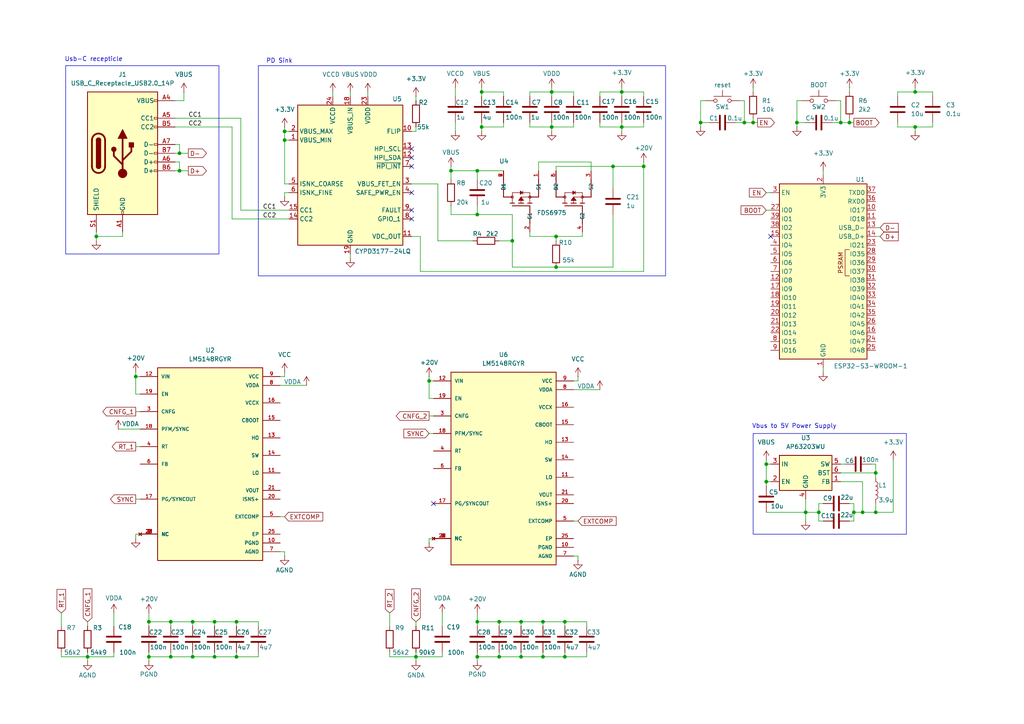
<source format=kicad_sch>
(kicad_sch (version 20250114) (generator "eeschema") (generator_version "9.0")
  (paper "A4")
  (lib_symbols
    (symbol "Connector:USB_C_Receptacle_USB2.0_14P" (pin_names (offset 1.016))
      (property "Reference" "J" (at 0 22.225 0))
      (property "Value" "USB_C_Receptacle_USB2.0_14P" (at 0 19.685 0))
      (symbol "USB_C_Receptacle_USB2.0_14P_1_1"
        (pin passive line (at -7.62 -22.86 90) (length 5.08) (name "SHIELD") (number "S1"))
        (pin passive line (at 0 -22.86 90) (length 5.08) (name "GND") (number "A1"))
        (pin passive line (at 0 -22.86 90) (length 5.08) (hide yes) (name "GND") (number "A12"))
        (pin passive line (at 0 -22.86 90) (length 5.08) (hide yes) (name "GND") (number "B1"))
        (pin passive line (at 0 -22.86 90) (length 5.08) (hide yes) (name "GND") (number "B12"))
        (pin passive line (at 15.24 15.24 180) (length 5.08) (name "VBUS") (number "A4"))
        (pin passive line (at 15.24 15.24 180) (length 5.08) (hide yes) (name "VBUS") (number "A9"))
        (pin passive line (at 15.24 15.24 180) (length 5.08) (hide yes) (name "VBUS") (number "B4"))
        (pin passive line (at 15.24 15.24 180) (length 5.08) (hide yes) (name "VBUS") (number "B9"))
        (pin bidirectional line (at 15.24 10.16 180) (length 5.08) (name "CC1") (number "A5"))
        (pin bidirectional line (at 15.24 7.62 180) (length 5.08) (name "CC2") (number "B5"))
        (pin bidirectional line (at 15.24 2.54 180) (length 5.08) (name "D-") (number "A7"))
        (pin bidirectional line (at 15.24 0 180) (length 5.08) (name "D-") (number "B7"))
        (pin bidirectional line (at 15.24 -2.54 180) (length 5.08) (name "D+") (number "A6"))
        (pin bidirectional line (at 15.24 -5.08 180) (length 5.08) (name "D+") (number "B6"))
      )
    )
    (symbol "Device:C" (pin_numbers (hide yes)) (pin_names (offset 0.254))
      (property "Reference" "C" (at 0.635 2.54 0))
      (property "Value" "C" (at 0.635 -2.54 0))
      (symbol "C_1_1"
        (pin passive line (at 0 3.81 270) (length 2.794) (name "~") (number "1"))
        (pin passive line (at 0 -3.81 90) (length 2.794) (name "~") (number "2"))
      )
    )
    (symbol "Device:L" (pin_numbers (hide yes)) (pin_names (offset 1.016) (hide yes))
      (property "Reference" "L" (at -1.27 0 90))
      (property "Value" "L" (at 1.905 0 90))
      (symbol "L_1_1"
        (pin passive line (at 0 3.81 270) (length 1.27) (name "1") (number "1"))
        (pin passive line (at 0 -3.81 90) (length 1.27) (name "2") (number "2"))
      )
    )
    (symbol "Device:R" (pin_numbers (hide yes)) (pin_names (offset 0))
      (property "Reference" "R" (at 2.032 0 90))
      (property "Value" "R" (at 0 0 90))
      (symbol "R_1_1"
        (pin passive line (at 0 3.81 270) (length 1.27) (name "~") (number "1"))
        (pin passive line (at 0 -3.81 90) (length 1.27) (name "~") (number "2"))
      )
    )
    (symbol "FDS6975:FDS6975" (pin_names (offset 1.016))
      (property "Reference" "U" (at -3.8173 15.2693 0))
      (property "Value" "FDS6975" (at -3.8146 -17.8013 0))
      (symbol "FDS6975_0_0"
        (pin passive line (at -10.16 5.08 0) (length 2.54) (name "G1") (number "2"))
        (pin passive line (at -10.16 -10.16 0) (length 2.54) (name "G2") (number "4"))
        (pin passive line (at 7.62 12.7 180) (length 2.54) (name "D1") (number "7"))
        (pin passive line (at 7.62 12.7 180) (length 2.54) (name "D1") (number "8"))
        (pin passive line (at 7.62 2.54 180) (length 2.54) (name "S1") (number "1"))
        (pin passive line (at 7.62 -2.54 180) (length 2.54) (name "D2") (number "5"))
        (pin passive line (at 7.62 -2.54 180) (length 2.54) (name "D2") (number "6"))
        (pin passive line (at 7.62 -12.7 180) (length 2.54) (name "S2") (number "3"))
      )
    )
    (symbol "Interface_USB:CYPD3177-24LQ"
      (property "Reference" "U" (at -13.97 21.59 0))
      (property "Value" "CYPD3177-24LQ" (at 10.16 -21.59 0))
      (symbol "CYPD3177-24LQ_1_1"
        (pin input line (at -17.78 12.7 0) (length 2.54) (name "VBUS_MAX") (number "2"))
        (pin input line (at -17.78 10.16 0) (length 2.54) (name "VBUS_MIN") (number "1"))
        (pin input line (at -17.78 -2.54 0) (length 2.54) (name "ISNK_COARSE") (number "5"))
        (pin input line (at -17.78 -5.08 0) (length 2.54) (name "ISNK_FINE") (number "6"))
        (pin bidirectional line (at -17.78 -10.16 0) (length 2.54) (name "CC1") (number "15"))
        (pin bidirectional line (at -17.78 -12.7 0) (length 2.54) (name "CC2") (number "14"))
        (pin no_connect line (at -15.24 5.08 0) (length 2.54) (hide yes) (name "NC") (number "17"))
        (pin no_connect line (at -15.24 2.54 0) (length 2.54) (hide yes) (name "NC") (number "16"))
        (pin power_out line (at -5.08 22.86 270) (length 2.54) (name "VCCD") (number "24"))
        (pin power_in line (at 0 22.86 270) (length 2.54) (name "VBUS_IN") (number "18"))
        (pin power_in line (at 0 -22.86 90) (length 2.54) (name "GND") (number "19"))
        (pin passive line (at 0 -22.86 90) (length 2.54) (hide yes) (name "GND") (number "22"))
        (pin passive line (at 0 -22.86 90) (length 2.54) (hide yes) (name "GND") (number "25"))
        (pin power_out line (at 5.08 22.86 270) (length 2.54) (name "VDDD") (number "23"))
        (pin no_connect line (at 15.24 17.78 180) (length 2.54) (hide yes) (name "NC") (number "20"))
        (pin no_connect line (at 15.24 15.24 180) (length 2.54) (hide yes) (name "NC") (number "21"))
        (pin output line (at 17.78 12.7 180) (length 2.54) (name "FLIP") (number "10"))
        (pin bidirectional line (at 17.78 7.62 180) (length 2.54) (name "HPI_SCL") (number "13"))
        (pin bidirectional line (at 17.78 5.08 180) (length 2.54) (name "HPI_SDA") (number "12"))
        (pin input line (at 17.78 2.54 180) (length 2.54) (name "~{HPI_INT}") (number "7"))
        (pin output line (at 17.78 -2.54 180) (length 2.54) (name "VBUS_FET_EN") (number "3"))
        (pin output line (at 17.78 -5.08 180) (length 2.54) (name "SAFE_PWR_EN") (number "4"))
        (pin output line (at 17.78 -10.16 180) (length 2.54) (name "FAULT") (number "9"))
        (pin bidirectional line (at 17.78 -12.7 180) (length 2.54) (name "GPIO_1") (number "8"))
        (pin output line (at 17.78 -17.78 180) (length 2.54) (name "VDC_OUT") (number "11"))
      )
    )
    (symbol "LM5148RGYR:LM5148RGYR" (pin_names (offset 1.016))
      (property "Reference" "U" (at -15.24 28.702 0))
      (property "Value" "LM5148RGYR" (at -15.24 -30.48 0))
      (symbol "LM5148RGYR_0_0"
        (pin input line (at -20.32 25.4 0) (length 5.08) (name "VIN") (number "12"))
        (pin input line (at -20.32 20.32 0) (length 5.08) (name "EN") (number "19"))
        (pin input line (at -20.32 15.24 0) (length 5.08) (name "CNFG") (number "3"))
        (pin input line (at -20.32 10.16 0) (length 5.08) (name "PFM/SYNC") (number "18"))
        (pin input line (at -20.32 5.08 0) (length 5.08) (name "RT") (number "4"))
        (pin input line (at -20.32 0 0) (length 5.08) (name "FB") (number "6"))
        (pin output line (at -20.32 -10.16 0) (length 5.08) (name "PG/SYNCOUT") (number "17"))
        (pin no_connect line (at -20.32 -20.32 0) (length 5.08) (name "NC") (number "1"))
        (pin no_connect line (at -20.32 -20.32 0) (length 5.08) (name "NC") (number "2"))
        (pin no_connect line (at -20.32 -20.32 0) (length 5.08) (name "NC") (number "22"))
        (pin no_connect line (at -20.32 -20.32 0) (length 5.08) (name "NC") (number "23"))
        (pin no_connect line (at -20.32 -20.32 0) (length 5.08) (name "NC") (number "24"))
        (pin power_in line (at 20.32 25.4 180) (length 5.08) (name "VCC") (number "9"))
        (pin power_in line (at 20.32 22.86 180) (length 5.08) (name "VDDA") (number "8"))
        (pin passive line (at 20.32 17.78 180) (length 5.08) (name "VCCX") (number "16"))
        (pin passive line (at 20.32 12.7 180) (length 5.08) (name "CBOOT") (number "15"))
        (pin output line (at 20.32 7.62 180) (length 5.08) (name "HO") (number "13"))
        (pin passive line (at 20.32 2.54 180) (length 5.08) (name "SW") (number "14"))
        (pin output line (at 20.32 -2.54 180) (length 5.08) (name "LO") (number "11"))
        (pin input line (at 20.32 -7.62 180) (length 5.08) (name "VOUT") (number "21"))
        (pin input line (at 20.32 -10.16 180) (length 5.08) (name "ISNS+") (number "20"))
        (pin output line (at 20.32 -15.24 180) (length 5.08) (name "EXTCOMP") (number "5"))
        (pin power_in line (at 20.32 -20.32 180) (length 5.08) (name "EP") (number "25"))
        (pin power_in line (at 20.32 -22.86 180) (length 5.08) (name "PGND") (number "10"))
        (pin power_in line (at 20.32 -25.4 180) (length 5.08) (name "AGND") (number "7"))
      )
    )
    (symbol "RF_Module:ESP32-S3-WROOM-1"
      (property "Reference" "U" (at -12.7 26.67 0))
      (property "Value" "ESP32-S3-WROOM-1" (at 12.7 26.67 0))
      (symbol "ESP32-S3-WROOM-1_0_0"
        (text "PSRAM" (at 5.08 2.54 900) (effects (font (size 1.27 1.27))))
      )
      (symbol "ESP32-S3-WROOM-1_1_1"
        (pin input line (at -15.24 22.86 0) (length 2.54) (name "EN") (number "3"))
        (pin bidirectional line (at -15.24 17.78 0) (length 2.54) (name "IO0") (number "27"))
        (pin bidirectional line (at -15.24 15.24 0) (length 2.54) (name "IO1") (number "39"))
        (pin bidirectional line (at -15.24 12.7 0) (length 2.54) (name "IO2") (number "38"))
        (pin bidirectional line (at -15.24 10.16 0) (length 2.54) (name "IO3") (number "15"))
        (pin bidirectional line (at -15.24 7.62 0) (length 2.54) (name "IO4") (number "4"))
        (pin bidirectional line (at -15.24 5.08 0) (length 2.54) (name "IO5") (number "5"))
        (pin bidirectional line (at -15.24 2.54 0) (length 2.54) (name "IO6") (number "6"))
        (pin bidirectional line (at -15.24 0 0) (length 2.54) (name "IO7") (number "7"))
        (pin bidirectional line (at -15.24 -2.54 0) (length 2.54) (name "IO8") (number "12"))
        (pin bidirectional line (at -15.24 -5.08 0) (length 2.54) (name "IO9") (number "17"))
        (pin bidirectional line (at -15.24 -7.62 0) (length 2.54) (name "IO10") (number "18"))
        (pin bidirectional line (at -15.24 -10.16 0) (length 2.54) (name "IO11") (number "19"))
        (pin bidirectional line (at -15.24 -12.7 0) (length 2.54) (name "IO12") (number "20"))
        (pin bidirectional line (at -15.24 -15.24 0) (length 2.54) (name "IO13") (number "21"))
        (pin bidirectional line (at -15.24 -17.78 0) (length 2.54) (name "IO14") (number "22"))
        (pin bidirectional line (at -15.24 -20.32 0) (length 2.54) (name "IO15") (number "8"))
        (pin bidirectional line (at -15.24 -22.86 0) (length 2.54) (name "IO16") (number "9"))
        (pin power_in line (at 0 27.94 270) (length 2.54) (name "3V3") (number "2"))
        (pin power_in line (at 0 -27.94 90) (length 2.54) (name "GND") (number "1"))
        (pin passive line (at 0 -27.94 90) (length 2.54) (hide yes) (name "GND") (number "40"))
        (pin passive line (at 0 -27.94 90) (length 2.54) (hide yes) (name "GND") (number "41"))
        (pin bidirectional line (at 15.24 22.86 180) (length 2.54) (name "TXD0") (number "37"))
        (pin bidirectional line (at 15.24 20.32 180) (length 2.54) (name "RXD0") (number "36"))
        (pin bidirectional line (at 15.24 17.78 180) (length 2.54) (name "IO17") (number "10"))
        (pin bidirectional line (at 15.24 15.24 180) (length 2.54) (name "IO18") (number "11"))
        (pin bidirectional line (at 15.24 12.7 180) (length 2.54) (name "USB_D-") (number "13"))
        (pin bidirectional line (at 15.24 10.16 180) (length 2.54) (name "USB_D+") (number "14"))
        (pin bidirectional line (at 15.24 7.62 180) (length 2.54) (name "IO21") (number "23"))
        (pin bidirectional line (at 15.24 5.08 180) (length 2.54) (name "IO35") (number "28"))
        (pin bidirectional line (at 15.24 2.54 180) (length 2.54) (name "IO36") (number "29"))
        (pin bidirectional line (at 15.24 0 180) (length 2.54) (name "IO37") (number "30"))
        (pin bidirectional line (at 15.24 -2.54 180) (length 2.54) (name "IO38") (number "31"))
        (pin bidirectional line (at 15.24 -5.08 180) (length 2.54) (name "IO39") (number "32"))
        (pin bidirectional line (at 15.24 -7.62 180) (length 2.54) (name "IO40") (number "33"))
        (pin bidirectional line (at 15.24 -10.16 180) (length 2.54) (name "IO41") (number "34"))
        (pin bidirectional line (at 15.24 -12.7 180) (length 2.54) (name "IO42") (number "35"))
        (pin bidirectional line (at 15.24 -15.24 180) (length 2.54) (name "IO45") (number "26"))
        (pin bidirectional line (at 15.24 -17.78 180) (length 2.54) (name "IO46") (number "16"))
        (pin bidirectional line (at 15.24 -20.32 180) (length 2.54) (name "IO47") (number "24"))
        (pin bidirectional line (at 15.24 -22.86 180) (length 2.54) (name "IO48") (number "25"))
      )
    )
    (symbol "Regulator_Switching:AP63203WU"
      (property "Reference" "U" (at -7.62 6.35 0))
      (property "Value" "AP63203WU" (at 2.54 6.35 0))
      (symbol "AP63203WU_1_1"
        (pin power_in line (at -10.16 2.54 0) (length 2.54) (name "IN") (number "3"))
        (pin input line (at -10.16 -2.54 0) (length 2.54) (name "EN") (number "2"))
        (pin power_in line (at 0 -7.62 90) (length 2.54) (name "GND") (number "4"))
        (pin output line (at 10.16 2.54 180) (length 2.54) (name "SW") (number "5"))
        (pin passive line (at 10.16 0 180) (length 2.54) (name "BST") (number "6"))
        (pin input line (at 10.16 -2.54 180) (length 2.54) (name "FB") (number "1"))
      )
    )
    (symbol "Switch:SW_Push" (pin_numbers (hide yes)) (pin_names (offset 1.016) (hide yes))
      (property "Reference" "SW" (at 1.27 2.54 0))
      (property "Value" "SW_Push" (at 0 -1.524 0))
      (symbol "SW_Push_0_1"
        (pin passive line (at -5.08 0 0) (length 2.54) (name "1") (number "1"))
        (pin passive line (at 5.08 0 180) (length 2.54) (name "2") (number "2"))
      )
    )
    (symbol "power:+24V" (power) (pin_numbers (hide yes)) (pin_names (offset 0) (hide yes))
      (property "Value" "+24V" (at 0 3.556 0))
      (symbol "+24V_1_1"
        (pin power_in line (at 0 0 90) (length 0) (name "~") (number "1"))
      )
    )
    (symbol "power:+3.3V" (power) (pin_numbers (hide yes)) (pin_names (offset 0) (hide yes))
      (property "Value" "+3.3V" (at 0 3.556 0))
      (symbol "+3.3V_1_1"
        (pin power_in line (at 0 0 90) (length 0) (name "~") (number "1"))
      )
    )
    (symbol "power:GND" (power) (pin_numbers (hide yes)) (pin_names (offset 0) (hide yes))
      (property "Value" "GND" (at 0 -3.81 0))
      (symbol "GND_1_1"
        (pin power_in line (at 0 0 270) (length 0) (name "~") (number "1"))
      )
    )
    (symbol "power:GNDA" (power) (pin_numbers (hide yes)) (pin_names (offset 0) (hide yes))
      (property "Value" "GNDA" (at 0 -3.81 0))
      (symbol "GNDA_1_1"
        (pin power_in line (at 0 0 270) (length 0) (name "~") (number "1"))
      )
    )
    (symbol "power:VBUS" (power) (pin_numbers (hide yes)) (pin_names (offset 0) (hide yes))
      (property "Value" "VBUS" (at 0 3.556 0))
      (symbol "VBUS_1_1"
        (pin power_in line (at 0 0 90) (length 0) (name "~") (number "1"))
      )
    )
    (symbol "power:VCC" (power) (pin_numbers (hide yes)) (pin_names (offset 0) (hide yes))
      (property "Value" "VCC" (at 0 3.556 0))
      (symbol "VCC_1_1"
        (pin power_in line (at 0 0 90) (length 0) (name "~") (number "1"))
      )
    )
    (symbol "power:VDD" (power) (pin_numbers (hide yes)) (pin_names (offset 0) (hide yes))
      (property "Value" "VDD" (at 0 3.556 0))
      (symbol "VDD_1_1"
        (pin power_in line (at 0 0 90) (length 0) (name "~") (number "1"))
      )
    )
    (symbol "power:VDDA" (power) (pin_numbers (hide yes)) (pin_names (offset 0) (hide yes))
      (property "Value" "VDDA" (at 0 3.556 0))
      (symbol "VDDA_1_1"
        (pin power_in line (at 0 0 90) (length 0) (name "~") (number "1"))
      )
    )
  )
  (rectangle (start 19.05 19.05) (end 63.5 73.66))
  (rectangle (start 74.93 19.05) (end 193.04 80.01))
  (rectangle (start 218.44 125.73) (end 262.89 154.94))
  (text "Vbus to 5V Power Supply\n" (at 230.378 123.698 0) (effects (font (size 1.27 1.27))))
  (text "PD Sink\n" (at 81.026 17.78 0) (effects (font (size 1.27 1.27))))
  (text "Usb-C recepticle" (at 27.178 17.272 0) (effects (font (size 1.27 1.27))))
  (junction (at 222.25 134.62))
  (junction (at 68.58 190.5))
  (junction (at 157.48 190.5))
  (junction (at 161.29 68.58))
  (junction (at 265.43 26.67))
  (junction (at 144.78 190.5))
  (junction (at 148.59 69.85))
  (junction (at 160.02 26.67))
  (junction (at 160.02 36.83))
  (junction (at 25.4 190.5))
  (junction (at 124.46 110.49))
  (junction (at 231.14 35.56))
  (junction (at 222.25 139.7))
  (junction (at 55.88 190.5))
  (junction (at 215.9 35.56))
  (junction (at 163.83 180.34))
  (junction (at 243.84 35.56))
  (junction (at 62.23 180.34))
  (junction (at 27.94 68.58))
  (junction (at 151.13 180.34))
  (junction (at 180.34 26.67))
  (junction (at 157.48 180.34))
  (junction (at 138.43 49.53))
  (junction (at 180.34 36.83))
  (junction (at 254 148.59))
  (junction (at 151.13 190.5))
  (junction (at 55.88 180.34))
  (junction (at 265.43 36.83))
  (junction (at 130.81 49.53))
  (junction (at 237.49 148.59))
  (junction (at 163.83 190.5))
  (junction (at 43.18 190.5))
  (junction (at 52.07 44.45))
  (junction (at 233.68 148.59))
  (junction (at 218.44 35.56))
  (junction (at 52.07 49.53))
  (junction (at 246.38 35.56))
  (junction (at 138.43 190.5))
  (junction (at 161.29 77.47))
  (junction (at 250.19 148.59))
  (junction (at 49.53 190.5))
  (junction (at 68.58 180.34))
  (junction (at 254 137.16))
  (junction (at 177.8 48.26))
  (junction (at 120.65 190.5))
  (junction (at 139.7 36.83))
  (junction (at 139.7 26.67))
  (junction (at 247.65 148.59))
  (junction (at 82.55 40.64))
  (junction (at 144.78 180.34))
  (junction (at 203.2 35.56))
  (junction (at 138.43 180.34))
  (junction (at 186.69 48.26))
  (junction (at 49.53 180.34))
  (junction (at 138.43 62.23))
  (junction (at 43.18 180.34))
  (junction (at 82.55 38.1))
  (junction (at 62.23 190.5))
  (junction (at 39.37 109.22))
  (no_connect (at 223.52 68.58))
  (no_connect (at 119.38 60.96))
  (no_connect (at 119.38 45.72))
  (no_connect (at 119.38 43.18))
  (no_connect (at 119.38 48.26))
  (no_connect (at 119.38 63.5))
  (no_connect (at 119.38 55.88))
  (no_connect (at 125.73 146.05))
  (wire (pts (xy 215.9 35.56) (xy 213.36 35.56)))
  (wire (pts (xy 130.81 59.69) (xy 130.81 62.23)))
  (wire (pts (xy 186.69 48.26) (xy 177.8 48.26)))
  (wire (pts (xy 161.29 68.58) (xy 168.91 68.58)))
  (wire (pts (xy 139.7 36.83) (xy 146.05 36.83)))
  (wire (pts (xy 138.43 62.23) (xy 138.43 59.69)))
  (wire (pts (xy 127 53.34) (xy 119.38 53.34)))
  (wire (pts (xy 203.2 35.56) (xy 203.2 36.83)))
  (wire (pts (xy 254 66.04) (xy 255.27 66.04)))
  (wire (pts (xy 144.78 189.23) (xy 144.78 190.5)))
  (wire (pts (xy 180.34 36.83) (xy 186.69 36.83)))
  (wire (pts (xy 96.52 26.67) (xy 96.52 27.94)))
  (wire (pts (xy 52.07 46.99) (xy 52.07 49.53)))
  (wire (pts (xy 259.08 148.59) (xy 259.08 133.35)))
  (wire (pts (xy 68.58 180.34) (xy 68.58 181.61)))
  (wire (pts (xy 265.43 36.83) (xy 270.51 36.83)))
  (wire (pts (xy 180.34 26.67) (xy 186.69 26.67)))
  (wire (pts (xy 144.78 69.85) (xy 148.59 69.85)))
  (wire (pts (xy 127 69.85) (xy 127 53.34)))
  (wire (pts (xy 270.51 26.67) (xy 270.51 27.94)))
  (wire (pts (xy 153.67 67.31) (xy 153.67 68.58)))
  (wire (pts (xy 62.23 180.34) (xy 68.58 180.34)))
  (wire (pts (xy 254 148.59) (xy 259.08 148.59)))
  (wire (pts (xy 163.83 189.23) (xy 163.83 190.5)))
  (wire (pts (xy 81.28 111.76) (xy 88.9 111.76)))
  (wire (pts (xy 153.67 26.67) (xy 160.02 26.67)))
  (wire (pts (xy 246.38 35.56) (xy 247.65 35.56)))
  (wire (pts (xy 82.55 160.02) (xy 82.55 161.29)))
  (wire (pts (xy 43.18 190.5) (xy 43.18 191.77)))
  (wire (pts (xy 161.29 48.26) (xy 177.8 48.26)))
  (wire (pts (xy 243.84 35.56) (xy 246.38 35.56)))
  (wire (pts (xy 101.6 26.67) (xy 101.6 27.94)))
  (wire (pts (xy 139.7 26.67) (xy 146.05 26.67)))
  (wire (pts (xy 215.9 35.56) (xy 218.44 35.56)))
  (wire (pts (xy 214.63 29.21) (xy 215.9 29.21)))
  (wire (pts (xy 50.8 34.29) (xy 69.85 34.29)))
  (wire (pts (xy 260.35 26.67) (xy 260.35 27.94)))
  (wire (pts (xy 153.67 27.94) (xy 153.67 26.67)))
  (wire (pts (xy 246.38 34.29) (xy 246.38 35.56)))
  (wire (pts (xy 166.37 36.83) (xy 160.02 36.83)))
  (wire (pts (xy 106.68 26.67) (xy 106.68 27.94)))
  (wire (pts (xy 160.02 35.56) (xy 160.02 36.83)))
  (wire (pts (xy 218.44 34.29) (xy 218.44 35.56)))
  (wire (pts (xy 243.84 139.7) (xy 250.19 139.7)))
  (wire (pts (xy 247.65 148.59) (xy 250.19 148.59)))
  (wire (pts (xy 40.64 154.94) (xy 39.37 154.94)))
  (wire (pts (xy 138.43 49.53) (xy 146.05 49.53)))
  (wire (pts (xy 39.37 119.38) (xy 40.64 119.38)))
  (wire (pts (xy 166.37 113.03) (xy 173.99 113.03)))
  (wire (pts (xy 43.18 177.8) (xy 43.18 180.34)))
  (wire (pts (xy 81.28 149.86) (xy 82.55 149.86)))
  (wire (pts (xy 17.78 190.5) (xy 25.4 190.5)))
  (wire (pts (xy 250.19 139.7) (xy 250.19 148.59)))
  (wire (pts (xy 231.14 35.56) (xy 231.14 36.83)))
  (wire (pts (xy 83.82 53.34) (xy 82.55 53.34)))
  (wire (pts (xy 101.6 73.66) (xy 101.6 74.93)))
  (wire (pts (xy 204.47 29.21) (xy 203.2 29.21)))
  (wire (pts (xy 146.05 36.83) (xy 146.05 35.56)))
  (wire (pts (xy 233.68 148.59) (xy 233.68 144.78)))
  (wire (pts (xy 27.94 68.58) (xy 27.94 69.85)))
  (wire (pts (xy 67.31 36.83) (xy 67.31 63.5)))
  (wire (pts (xy 53.34 29.21) (xy 53.34 26.67)))
  (wire (pts (xy 166.37 151.13) (xy 167.64 151.13)))
  (wire (pts (xy 49.53 180.34) (xy 55.88 180.34)))
  (wire (pts (xy 222.25 60.96) (xy 223.52 60.96)))
  (wire (pts (xy 39.37 154.94) (xy 39.37 156.21)))
  (wire (pts (xy 161.29 77.47) (xy 148.59 77.47)))
  (wire (pts (xy 69.85 34.29) (xy 69.85 60.96)))
  (wire (pts (xy 231.14 29.21) (xy 231.14 35.56)))
  (wire (pts (xy 173.99 26.67) (xy 180.34 26.67)))
  (wire (pts (xy 151.13 180.34) (xy 151.13 181.61)))
  (wire (pts (xy 33.02 177.8) (xy 33.02 181.61)))
  (wire (pts (xy 218.44 35.56) (xy 219.71 35.56)))
  (wire (pts (xy 218.44 25.4) (xy 218.44 26.67)))
  (wire (pts (xy 43.18 181.61) (xy 43.18 180.34)))
  (wire (pts (xy 148.59 69.85) (xy 148.59 62.23)))
  (wire (pts (xy 265.43 25.4) (xy 265.43 26.67)))
  (wire (pts (xy 222.25 133.35) (xy 222.25 134.62)))
  (wire (pts (xy 177.8 48.26) (xy 177.8 54.61)))
  (wire (pts (xy 254 68.58) (xy 255.27 68.58)))
  (wire (pts (xy 246.38 25.4) (xy 246.38 26.67)))
  (wire (pts (xy 163.83 190.5) (xy 170.18 190.5)))
  (wire (pts (xy 113.03 190.5) (xy 120.65 190.5)))
  (wire (pts (xy 27.94 67.31) (xy 27.94 68.58)))
  (wire (pts (xy 55.88 190.5) (xy 62.23 190.5)))
  (wire (pts (xy 138.43 49.53) (xy 138.43 52.07)))
  (wire (pts (xy 67.31 63.5) (xy 83.82 63.5)))
  (wire (pts (xy 160.02 36.83) (xy 160.02 38.1)))
  (wire (pts (xy 177.8 62.23) (xy 177.8 77.47)))
  (wire (pts (xy 50.8 46.99) (xy 52.07 46.99)))
  (wire (pts (xy 52.07 49.53) (xy 50.8 49.53)))
  (wire (pts (xy 151.13 190.5) (xy 157.48 190.5)))
  (wire (pts (xy 144.78 180.34) (xy 151.13 180.34)))
  (wire (pts (xy 81.28 160.02) (xy 82.55 160.02)))
  (wire (pts (xy 25.4 190.5) (xy 33.02 190.5)))
  (wire (pts (xy 260.35 26.67) (xy 265.43 26.67)))
  (wire (pts (xy 265.43 26.67) (xy 270.51 26.67)))
  (wire (pts (xy 246.38 146.05) (xy 247.65 146.05)))
  (wire (pts (xy 173.99 36.83) (xy 180.34 36.83)))
  (wire (pts (xy 180.34 25.4) (xy 180.34 26.67)))
  (wire (pts (xy 186.69 26.67) (xy 186.69 27.94)))
  (wire (pts (xy 243.84 29.21) (xy 243.84 35.56)))
  (wire (pts (xy 50.8 44.45) (xy 52.07 44.45)))
  (wire (pts (xy 247.65 146.05) (xy 247.65 148.59)))
  (wire (pts (xy 237.49 151.13) (xy 238.76 151.13)))
  (wire (pts (xy 243.84 35.56) (xy 241.3 35.56)))
  (wire (pts (xy 265.43 36.83) (xy 265.43 38.1)))
  (wire (pts (xy 39.37 114.3) (xy 40.64 114.3)))
  (wire (pts (xy 138.43 177.8) (xy 138.43 180.34)))
  (wire (pts (xy 144.78 180.34) (xy 144.78 181.61)))
  (wire (pts (xy 120.65 27.94) (xy 120.65 29.21)))
  (wire (pts (xy 137.16 69.85) (xy 127 69.85)))
  (wire (pts (xy 157.48 190.5) (xy 163.83 190.5)))
  (wire (pts (xy 186.69 36.83) (xy 186.69 35.56)))
  (wire (pts (xy 68.58 180.34) (xy 74.93 180.34)))
  (wire (pts (xy 43.18 180.34) (xy 49.53 180.34)))
  (wire (pts (xy 55.88 180.34) (xy 55.88 181.61)))
  (wire (pts (xy 50.8 41.91) (xy 52.07 41.91)))
  (wire (pts (xy 180.34 35.56) (xy 180.34 36.83)))
  (wire (pts (xy 128.27 189.23) (xy 128.27 190.5)))
  (wire (pts (xy 120.65 180.34) (xy 120.65 181.61)))
  (wire (pts (xy 138.43 180.34) (xy 144.78 180.34)))
  (wire (pts (xy 49.53 190.5) (xy 55.88 190.5)))
  (wire (pts (xy 125.73 115.57) (xy 124.46 115.57)))
  (wire (pts (xy 124.46 110.49) (xy 125.73 110.49)))
  (wire (pts (xy 177.8 77.47) (xy 161.29 77.47)))
  (wire (pts (xy 146.05 26.67) (xy 146.05 27.94)))
  (wire (pts (xy 247.65 151.13) (xy 246.38 151.13)))
  (wire (pts (xy 121.92 78.74) (xy 186.69 78.74)))
  (wire (pts (xy 160.02 26.67) (xy 160.02 27.94)))
  (wire (pts (xy 186.69 48.26) (xy 186.69 78.74)))
  (wire (pts (xy 166.37 161.29) (xy 167.64 161.29)))
  (wire (pts (xy 168.91 68.58) (xy 168.91 67.31)))
  (wire (pts (xy 222.25 139.7) (xy 222.25 140.97)))
  (wire (pts (xy 43.18 189.23) (xy 43.18 190.5)))
  (wire (pts (xy 222.25 148.59) (xy 233.68 148.59)))
  (wire (pts (xy 82.55 38.1) (xy 82.55 40.64)))
  (wire (pts (xy 113.03 177.8) (xy 113.03 181.61)))
  (wire (pts (xy 34.29 124.46) (xy 40.64 124.46)))
  (wire (pts (xy 52.07 44.45) (xy 54.61 44.45)))
  (wire (pts (xy 139.7 35.56) (xy 139.7 36.83)))
  (wire (pts (xy 121.92 68.58) (xy 121.92 78.74)))
  (wire (pts (xy 25.4 189.23) (xy 25.4 190.5)))
  (wire (pts (xy 52.07 49.53) (xy 54.61 49.53)))
  (wire (pts (xy 132.08 35.56) (xy 132.08 38.1)))
  (wire (pts (xy 69.85 60.96) (xy 83.82 60.96)))
  (wire (pts (xy 62.23 190.5) (xy 68.58 190.5)))
  (wire (pts (xy 124.46 115.57) (xy 124.46 110.49)))
  (wire (pts (xy 62.23 180.34) (xy 62.23 181.61)))
  (wire (pts (xy 120.65 36.83) (xy 120.65 38.1)))
  (wire (pts (xy 166.37 27.94) (xy 166.37 26.67)))
  (wire (pts (xy 50.8 29.21) (xy 53.34 29.21)))
  (wire (pts (xy 74.93 180.34) (xy 74.93 181.61)))
  (wire (pts (xy 215.9 29.21) (xy 215.9 35.56)))
  (wire (pts (xy 68.58 189.23) (xy 68.58 190.5)))
  (wire (pts (xy 52.07 44.45) (xy 52.07 41.91)))
  (wire (pts (xy 180.34 26.67) (xy 180.34 27.94)))
  (wire (pts (xy 39.37 109.22) (xy 39.37 114.3)))
  (wire (pts (xy 233.68 148.59) (xy 237.49 148.59)))
  (wire (pts (xy 130.81 49.53) (xy 138.43 49.53)))
  (wire (pts (xy 62.23 189.23) (xy 62.23 190.5)))
  (wire (pts (xy 130.81 48.26) (xy 130.81 49.53)))
  (wire (pts (xy 153.67 36.83) (xy 160.02 36.83)))
  (wire (pts (xy 124.46 156.21) (xy 124.46 157.48)))
  (wire (pts (xy 247.65 148.59) (xy 247.65 151.13)))
  (wire (pts (xy 254 148.59) (xy 254 146.05)))
  (wire (pts (xy 161.29 49.53) (xy 161.29 48.26)))
  (wire (pts (xy 250.19 148.59) (xy 254 148.59)))
  (wire (pts (xy 130.81 62.23) (xy 138.43 62.23)))
  (wire (pts (xy 39.37 107.95) (xy 39.37 109.22)))
  (wire (pts (xy 186.69 46.99) (xy 186.69 48.26)))
  (wire (pts (xy 25.4 190.5) (xy 25.4 191.77)))
  (wire (pts (xy 156.21 46.99) (xy 156.21 49.53)))
  (wire (pts (xy 120.65 189.23) (xy 120.65 190.5)))
  (wire (pts (xy 170.18 180.34) (xy 170.18 181.61)))
  (wire (pts (xy 139.7 25.4) (xy 139.7 26.67)))
  (wire (pts (xy 82.55 55.88) (xy 82.55 57.15)))
  (wire (pts (xy 49.53 180.34) (xy 49.53 181.61)))
  (wire (pts (xy 125.73 156.21) (xy 124.46 156.21)))
  (wire (pts (xy 25.4 180.34) (xy 25.4 181.61)))
  (wire (pts (xy 254 137.16) (xy 243.84 137.16)))
  (wire (pts (xy 82.55 36.83) (xy 82.55 38.1)))
  (wire (pts (xy 40.64 109.22) (xy 39.37 109.22)))
  (wire (pts (xy 167.64 161.29) (xy 167.64 162.56)))
  (wire (pts (xy 180.34 36.83) (xy 180.34 38.1)))
  (wire (pts (xy 222.25 139.7) (xy 223.52 139.7)))
  (wire (pts (xy 254 134.62) (xy 254 137.16)))
  (wire (pts (xy 242.57 29.21) (xy 243.84 29.21)))
  (wire (pts (xy 148.59 77.47) (xy 148.59 69.85)))
  (wire (pts (xy 237.49 146.05) (xy 237.49 148.59)))
  (wire (pts (xy 124.46 120.65) (xy 125.73 120.65)))
  (wire (pts (xy 203.2 29.21) (xy 203.2 35.56)))
  (wire (pts (xy 27.94 68.58) (xy 35.56 68.58)))
  (wire (pts (xy 128.27 177.8) (xy 128.27 181.61)))
  (wire (pts (xy 49.53 189.23) (xy 49.53 190.5)))
  (wire (pts (xy 119.38 68.58) (xy 121.92 68.58)))
  (wire (pts (xy 153.67 35.56) (xy 153.67 36.83)))
  (wire (pts (xy 222.25 55.88) (xy 223.52 55.88)))
  (wire (pts (xy 132.08 25.4) (xy 132.08 27.94)))
  (wire (pts (xy 83.82 55.88) (xy 82.55 55.88)))
  (wire (pts (xy 170.18 190.5) (xy 170.18 189.23)))
  (wire (pts (xy 232.41 29.21) (xy 231.14 29.21)))
  (wire (pts (xy 233.68 148.59) (xy 233.68 151.13)))
  (wire (pts (xy 68.58 190.5) (xy 74.93 190.5)))
  (wire (pts (xy 160.02 25.4) (xy 160.02 26.67)))
  (wire (pts (xy 166.37 26.67) (xy 160.02 26.67)))
  (wire (pts (xy 35.56 67.31) (xy 35.56 68.58)))
  (wire (pts (xy 157.48 189.23) (xy 157.48 190.5)))
  (wire (pts (xy 83.82 38.1) (xy 82.55 38.1)))
  (wire (pts (xy 39.37 129.54) (xy 40.64 129.54)))
  (wire (pts (xy 130.81 49.53) (xy 130.81 52.07)))
  (wire (pts (xy 50.8 36.83) (xy 67.31 36.83)))
  (wire (pts (xy 124.46 109.22) (xy 124.46 110.49)))
  (wire (pts (xy 163.83 180.34) (xy 170.18 180.34)))
  (wire (pts (xy 43.18 190.5) (xy 49.53 190.5)))
  (wire (pts (xy 138.43 189.23) (xy 138.43 190.5)))
  (wire (pts (xy 55.88 180.34) (xy 62.23 180.34)))
  (wire (pts (xy 173.99 27.94) (xy 173.99 26.67)))
  (wire (pts (xy 167.64 109.22) (xy 167.64 110.49)))
  (wire (pts (xy 124.46 125.73) (xy 125.73 125.73)))
  (wire (pts (xy 153.67 68.58) (xy 161.29 68.58)))
  (wire (pts (xy 148.59 62.23) (xy 138.43 62.23)))
  (wire (pts (xy 157.48 180.34) (xy 163.83 180.34)))
  (wire (pts (xy 252.73 134.62) (xy 254 134.62)))
  (wire (pts (xy 138.43 190.5) (xy 138.43 191.77)))
  (wire (pts (xy 82.55 109.22) (xy 82.55 107.95)))
  (wire (pts (xy 17.78 189.23) (xy 17.78 190.5)))
  (wire (pts (xy 171.45 49.53) (xy 171.45 46.99)))
  (wire (pts (xy 139.7 36.83) (xy 139.7 38.1)))
  (wire (pts (xy 222.25 134.62) (xy 222.25 139.7)))
  (wire (pts (xy 55.88 189.23) (xy 55.88 190.5)))
  (wire (pts (xy 138.43 190.5) (xy 144.78 190.5)))
  (wire (pts (xy 144.78 190.5) (xy 151.13 190.5)))
  (wire (pts (xy 161.29 68.58) (xy 161.29 69.85)))
  (wire (pts (xy 260.35 36.83) (xy 265.43 36.83)))
  (wire (pts (xy 166.37 35.56) (xy 166.37 36.83)))
  (wire (pts (xy 138.43 181.61) (xy 138.43 180.34)))
  (wire (pts (xy 119.38 38.1) (xy 120.65 38.1)))
  (wire (pts (xy 238.76 106.68) (xy 238.76 107.95)))
  (wire (pts (xy 151.13 189.23) (xy 151.13 190.5)))
  (wire (pts (xy 238.76 146.05) (xy 237.49 146.05)))
  (wire (pts (xy 223.52 134.62) (xy 222.25 134.62)))
  (wire (pts (xy 157.48 180.34) (xy 157.48 181.61)))
  (wire (pts (xy 151.13 180.34) (xy 157.48 180.34)))
  (wire (pts (xy 260.35 35.56) (xy 260.35 36.83)))
  (wire (pts (xy 237.49 148.59) (xy 237.49 151.13)))
  (wire (pts (xy 74.93 190.5) (xy 74.93 189.23)))
  (wire (pts (xy 254 137.16) (xy 254 138.43)))
  (wire (pts (xy 171.45 46.99) (xy 156.21 46.99)))
  (wire (pts (xy 238.76 49.53) (xy 238.76 50.8)))
  (wire (pts (xy 33.02 189.23) (xy 33.02 190.5)))
  (wire (pts (xy 113.03 189.23) (xy 113.03 190.5)))
  (wire (pts (xy 81.28 109.22) (xy 82.55 109.22)))
  (wire (pts (xy 120.65 190.5) (xy 128.27 190.5)))
  (wire (pts (xy 231.14 35.56) (xy 233.68 35.56)))
  (wire (pts (xy 173.99 35.56) (xy 173.99 36.83)))
  (wire (pts (xy 163.83 180.34) (xy 163.83 181.61)))
  (wire (pts (xy 39.37 144.78) (xy 40.64 144.78)))
  (wire (pts (xy 17.78 177.8) (xy 17.78 181.61)))
  (wire (pts (xy 203.2 35.56) (xy 205.74 35.56)))
  (wire (pts (xy 82.55 40.64) (xy 83.82 40.64)))
  (wire (pts (xy 270.51 35.56) (xy 270.51 36.83)))
  (wire (pts (xy 167.64 110.49) (xy 166.37 110.49)))
  (wire (pts (xy 82.55 40.64) (xy 82.55 53.34)))
  (wire (pts (xy 120.65 190.5) (xy 120.65 191.77)))
  (wire (pts (xy 243.84 134.62) (xy 245.11 134.62)))
  (wire (pts (xy 139.7 27.94) (xy 139.7 26.67)))
  (label "CC2" (at 54.61 36.83 0))
  (label "CC1" (at 76.2 60.96 0))
  (label "CC2" (at 76.2 63.5 0))
  (label "CC1" (at 54.61 34.29 0))
  (global_label "EXTCOMP" (shape input) (at 82.55 149.86 0) (property "Intersheetrefs" "${INTERSHEET_REFS}" (effects (hide yes))))
  (global_label "SYNC" (shape output) (at 39.37 144.78 180) (property "Intersheetrefs" "${INTERSHEET_REFS}" (effects (hide yes))))
  (global_label "EN" (shape output) (at 219.71 35.56 0) (property "Intersheetrefs" "${INTERSHEET_REFS}" (effects (hide yes))))
  (global_label "RT_2" (shape input) (at 113.03 177.8 90) (property "Intersheetrefs" "${INTERSHEET_REFS}" (effects (hide yes))))
  (global_label "SYNC" (shape input) (at 124.46 125.73 180) (property "Intersheetrefs" "${INTERSHEET_REFS}" (effects (hide yes))))
  (global_label "D+" (shape output) (at 54.61 49.53 0) (property "Intersheetrefs" "${INTERSHEET_REFS}" (effects (hide yes))))
  (global_label "CNFG_1" (shape output) (at 39.37 119.38 180) (property "Intersheetrefs" "${INTERSHEET_REFS}" (effects (hide yes))))
  (global_label "D-" (shape output) (at 54.61 44.45 0) (property "Intersheetrefs" "${INTERSHEET_REFS}" (effects (hide yes))))
  (global_label "EXTCOMP" (shape input) (at 167.64 151.13 0) (property "Intersheetrefs" "${INTERSHEET_REFS}" (effects (hide yes))))
  (global_label "RT_1" (shape output) (at 39.37 129.54 180) (property "Intersheetrefs" "${INTERSHEET_REFS}" (effects (hide yes))))
  (global_label "CNFG_1" (shape input) (at 25.4 180.34 90) (property "Intersheetrefs" "${INTERSHEET_REFS}" (effects (hide yes))))
  (global_label "D+" (shape input) (at 255.27 68.58 0) (property "Intersheetrefs" "${INTERSHEET_REFS}" (effects (hide yes))))
  (global_label "CNFG_2" (shape output) (at 124.46 120.65 180) (property "Intersheetrefs" "${INTERSHEET_REFS}" (effects (hide yes))))
  (global_label "RT_1" (shape input) (at 17.78 177.8 90) (property "Intersheetrefs" "${INTERSHEET_REFS}" (effects (hide yes))))
  (global_label "D-" (shape input) (at 255.27 66.04 0) (property "Intersheetrefs" "${INTERSHEET_REFS}" (effects (hide yes))))
  (global_label "EN" (shape input) (at 222.25 55.88 180) (property "Intersheetrefs" "${INTERSHEET_REFS}" (effects (hide yes))))
  (global_label "BOOT" (shape input) (at 222.25 60.96 180) (property "Intersheetrefs" "${INTERSHEET_REFS}" (effects (hide yes))))
  (global_label "BOOT" (shape output) (at 247.65 35.56 0) (property "Intersheetrefs" "${INTERSHEET_REFS}" (effects (hide yes))))
  (global_label "CNFG_2" (shape input) (at 120.65 180.34 90) (property "Intersheetrefs" "${INTERSHEET_REFS}" (effects (hide yes))))
  (symbol (lib_id "FDS6975:FDS6975") (at 158.75 57.15 90) (unit 1)
    (property "Reference" "U4" (at 144.78 46.736 90) (effects (justify right)))
    (property "Value" "FDS6975" (at 155.702 61.722 90) (effects (justify right)))
    (property "Footprint" "FDS6975:SOIC127P600X175-8N" (effects (hide yes)))
    (property "MF" "ON Semiconductor" (effects (hide yes)))
    (property "Description_1" "Mosfet Array 2 P-Channel (Dual) 30V 6A 900mW Surface Mount 8-SOIC" (effects (hide yes)))
    (property "Package" "SO-8 ON Semiconductor" (effects (hide yes)))
    (property "Price" "None" (effects (hide yes)))
    (property "Check_prices" "https://www.snapeda.com/parts/FDS6975/Onsemi/view-part/?ref=eda" (effects (hide yes)))
    (property "SnapEDA_Link" "https://www.snapeda.com/parts/FDS6975/Onsemi/view-part/?ref=snap" (effects (hide yes)))
    (property "MP" "FDS6975" (effects (hide yes)))
    (property "Availability" "In Stock" (effects (hide yes)))
    (property "MANUFACTURER" "Fairchild Semiconductor" (effects (hide yes)))
  )
  (symbol (lib_id "power:VBUS") (at 53.34 26.67 0) (unit 1)
    (property "Reference" "#PWR011" (effects (hide yes)))
    (property "Value" "VBUS" (at 53.34 21.59 0))
    (property "Description" "Power symbol creates a global label with name \"VBUS\"" (effects (hide yes)))
  )
  (symbol (lib_id "power:GNDA") (at 25.4 191.77 0) (unit 1)
    (property "Reference" "#PWR035" (effects (hide yes)))
    (property "Value" "AGND" (at 25.4 195.834 0))
    (property "Description" "Power symbol creates a global label with name \"GNDA\" , analog ground" (effects (hide yes)))
  )
  (symbol (lib_id "Device:C") (at 153.67 31.75 0) (unit 1)
    (property "Reference" "C7" (at 154.178 29.718 0) (effects (justify left)))
    (property "Value" "1u" (at 153.924 34.036 0) (effects (justify left)))
    (property "Description" "Unpolarized capacitor" (effects (hide yes)))
  )
  (symbol (lib_id "Device:R") (at 218.44 30.48 0) (unit 1)
    (property "Reference" "R1" (at 220.98 29.2099 0) (effects (justify left)))
    (property "Value" "10k" (at 220.98 31.7499 0) (effects (justify left)))
    (property "Description" "Resistor" (effects (hide yes)))
  )
  (symbol (lib_id "RF_Module:ESP32-S3-WROOM-1") (at 238.76 78.74 0) (unit 1)
    (property "Reference" "U1" (at 248.158 52.07 0) (effects (justify left)))
    (property "Value" "ESP32-S3-WROOM-1" (at 241.808 106.172 0) (effects (justify left)))
    (property "Footprint" "RF_Module:ESP32-S3-WROOM-1" (effects (hide yes)))
    (property "Datasheet" "https://www.espressif.com/sites/default/files/documentation/esp32-s3-wroom-1_wroom-1u_datasheet_en.pdf" (effects (hide yes)))
    (property "Description" "RF Module, ESP32-S3 SoC, Wi-Fi 802.11b/g/n, Bluetooth, BLE, 32-bit, 3.3V, onboard antenna, SMD" (effects (hide yes)))
  )
  (symbol (lib_id "power:+24V") (at 39.37 107.95 0) (unit 1)
    (property "Reference" "#PWR037" (effects (hide yes)))
    (property "Value" "+20V" (at 39.37 103.886 0))
    (property "Description" "Power symbol creates a global label with name \"+24V\"" (effects (hide yes)))
  )
  (symbol (lib_id "power:GND") (at 231.14 36.83 0) (unit 1)
    (property "Reference" "#PWR05" (effects (hide yes)))
    (property "Value" "GND" (effects (hide yes)))
    (property "Description" "Power symbol creates a global label with name \"GND\" , ground" (effects (hide yes)))
  )
  (symbol (lib_id "Interface_USB:CYPD3177-24LQ") (at 101.6 50.8 0) (unit 1)
    (property "Reference" "U5" (at 113.792 28.702 0) (effects (justify left)))
    (property "Value" "CYPD3177-24LQ" (at 102.87 72.898 0) (effects (justify left)))
    (property "Footprint" "Package_DFN_QFN:QFN-24-1EP_4x4mm_P0.5mm_EP2.75x2.75mm" (effects (hide yes)))
    (property "Datasheet" "https://www.infineon.com/dgdl/Infineon-EZ-PD_BCR_Datasheet_USB_Type-C_Port_Controller_for_Power_Sinks-DataSheet-v03_00-EN.pdf?fileId=8ac78c8c7d0d8da4017d0ee7ce9d70ad" (effects (hide yes)))
    (property "Description" "Stand-alone USB PD controller (with sink Auto-run mode), QFN-24" (effects (hide yes)))
  )
  (symbol (lib_id "power:GND") (at 82.55 57.15 0) (unit 1)
    (property "Reference" "#PWR022" (effects (hide yes)))
    (property "Value" "GND" (effects (hide yes)))
    (property "Description" "Power symbol creates a global label with name \"GND\" , ground" (effects (hide yes)))
  )
  (symbol (lib_id "Switch:SW_Push") (at 209.55 29.21 0) (unit 1)
    (property "Reference" "SW1" (at 209.55 30.988 0))
    (property "Value" "reset" (at 209.55 24.638 0))
    (property "Description" "Push button switch, generic, two pins" (effects (hide yes)))
  )
  (symbol (lib_id "power:+3.3V") (at 238.76 49.53 0) (unit 1)
    (property "Reference" "#PWR01" (effects (hide yes)))
    (property "Value" "+3.3V" (at 238.76 44.45 0))
    (property "Description" "Power symbol creates a global label with name \"+3.3V\"" (effects (hide yes)))
  )
  (symbol (lib_id "Device:C") (at 138.43 55.88 0) (unit 1)
    (property "Reference" "C20" (at 138.938 53.086 0) (effects (justify left)))
    (property "Value" "1u" (at 139.446 58.674 0) (effects (justify left)))
    (property "Description" "Unpolarized capacitor" (effects (hide yes)))
  )
  (symbol (lib_id "Device:C") (at 144.78 185.42 0) (unit 1)
    (property "Reference" "C29" (at 144.78 183.388 0) (effects (justify left)))
    (property "Value" "100n" (at 145.034 187.706 0) (effects (justify left)))
    (property "Description" "Unpolarized capacitor" (effects (hide yes)))
  )
  (symbol (lib_id "power:GND") (at 39.37 156.21 0) (unit 1)
    (property "Reference" "#PWR027" (effects (hide yes)))
    (property "Value" "GND" (effects (hide yes)))
    (property "Description" "Power symbol creates a global label with name \"GND\" , ground" (effects (hide yes)))
  )
  (symbol (lib_id "power:GND") (at 139.7 38.1 0) (unit 1)
    (property "Reference" "#PWR021" (effects (hide yes)))
    (property "Value" "GND" (effects (hide yes)))
    (property "Description" "Power symbol creates a global label with name \"GND\" , ground" (effects (hide yes)))
  )
  (symbol (lib_id "power:GNDA") (at 167.64 162.56 0) (unit 1)
    (property "Reference" "#PWR045" (effects (hide yes)))
    (property "Value" "AGND" (at 167.64 166.624 0))
    (property "Description" "Power symbol creates a global label with name \"GNDA\" , analog ground" (effects (hide yes)))
  )
  (symbol (lib_id "power:GND") (at 160.02 38.1 0) (unit 1)
    (property "Reference" "#PWR015" (effects (hide yes)))
    (property "Value" "GND" (effects (hide yes)))
    (property "Description" "Power symbol creates a global label with name \"GND\" , ground" (effects (hide yes)))
  )
  (symbol (lib_id "Device:C") (at 177.8 58.42 0) (unit 1)
    (property "Reference" "C21" (at 181.61 57.1499 0) (effects (justify left)))
    (property "Value" "1u" (at 181.61 59.6899 0) (effects (justify left)))
    (property "Description" "Unpolarized capacitor" (effects (hide yes)))
  )
  (symbol (lib_id "Device:C") (at 43.18 185.42 0) (unit 1)
    (property "Reference" "C22" (at 43.18 183.388 0) (effects (justify left)))
    (property "Value" "100n" (at 43.434 187.706 0) (effects (justify left)))
    (property "Description" "Unpolarized capacitor" (effects (hide yes)))
  )
  (symbol (lib_id "Device:C") (at 68.58 185.42 0) (unit 1)
    (property "Reference" "C26" (at 68.58 183.388 0) (effects (justify left)))
    (property "Value" "4u7" (at 68.834 187.706 0) (effects (justify left)))
    (property "Description" "Unpolarized capacitor" (effects (hide yes)))
  )
  (symbol (lib_id "power:+3.3V") (at 259.08 133.35 0) (unit 1)
    (property "Reference" "#PWR014" (effects (hide yes)))
    (property "Value" "+3.3V" (at 259.08 128.27 0))
    (property "Description" "Power symbol creates a global label with name \"+3.3V\"" (effects (hide yes)))
  )
  (symbol (lib_id "Device:C") (at 62.23 185.42 0) (unit 1)
    (property "Reference" "C25" (at 62.23 183.388 0) (effects (justify left)))
    (property "Value" "100n" (at 62.484 187.706 0) (effects (justify left)))
    (property "Description" "Unpolarized capacitor" (effects (hide yes)))
  )
  (symbol (lib_id "power:+3.3V") (at 265.43 25.4 0) (unit 1)
    (property "Reference" "#PWR026" (effects (hide yes)))
    (property "Value" "+3.3V" (at 265.43 21.082 0))
    (property "Description" "Power symbol creates a global label with name \"+3.3V\"" (effects (hide yes)))
  )
  (symbol (lib_id "power:VCC") (at 132.08 25.4 0) (unit 1)
    (property "Reference" "#PWR017" (effects (hide yes)))
    (property "Value" "VCCD" (at 132.08 21.336 0))
    (property "Description" "Power symbol creates a global label with name \"VCC\"" (effects (hide yes)))
  )
  (symbol (lib_id "Device:C") (at 138.43 185.42 0) (unit 1)
    (property "Reference" "C28" (at 138.43 183.388 0) (effects (justify left)))
    (property "Value" "100n" (at 138.684 187.706 0) (effects (justify left)))
    (property "Description" "Unpolarized capacitor" (effects (hide yes)))
  )
  (symbol (lib_id "power:GNDA") (at 120.65 191.77 0) (unit 1)
    (property "Reference" "#PWR034" (effects (hide yes)))
    (property "Value" "GNDA" (at 120.65 195.834 0))
    (property "Description" "Power symbol creates a global label with name \"GNDA\" , analog ground" (effects (hide yes)))
  )
  (symbol (lib_id "power:VDD") (at 106.68 26.67 0) (unit 1)
    (property "Reference" "#PWR09" (effects (hide yes)))
    (property "Value" "VDDD" (at 106.934 21.59 0))
    (property "Description" "Power symbol creates a global label with name \"VDD\"" (effects (hide yes)))
  )
  (symbol (lib_id "Device:C") (at 180.34 31.75 0) (unit 1)
    (property "Reference" "C16" (at 180.848 29.464 0) (effects (justify left)))
    (property "Value" "100n" (at 180.848 34.036 0) (effects (justify left)))
    (property "Description" "Unpolarized capacitor" (effects (hide yes)))
  )
  (symbol (lib_id "power:VDDA") (at 128.27 177.8 0) (unit 1)
    (property "Reference" "#PWR044" (effects (hide yes)))
    (property "Value" "VDDA" (at 128.27 173.482 0))
    (property "Description" "Power symbol creates a global label with name \"VDDA\"" (effects (hide yes)))
  )
  (symbol (lib_id "Regulator_Switching:AP63203WU") (at 233.68 137.16 0) (unit 1)
    (property "Reference" "U3" (at 233.68 127 0))
    (property "Value" "AP63203WU" (at 233.68 129.54 0))
    (property "Footprint" "Package_TO_SOT_SMD:TSOT-23-6" (effects (hide yes)))
    (property "Datasheet" "https://www.diodes.com/assets/Datasheets/AP63200-AP63201-AP63203-AP63205.pdf" (effects (hide yes)))
    (property "Description" "2A, 1.1MHz Buck DC/DC Converter, fixed 3.3V output voltage, TSOT-23-6" (effects (hide yes)))
  )
  (symbol (lib_id "power:VDDA") (at 34.29 124.46 0) (unit 1)
    (property "Reference" "#PWR038" (effects (hide yes)))
    (property "Value" "VDDA" (at 37.846 122.936 0))
    (property "Description" "Power symbol creates a global label with name \"VDDA\"" (effects (hide yes)))
  )
  (symbol (lib_id "power:+3.3V") (at 218.44 25.4 0) (unit 1)
    (property "Reference" "#PWR02" (effects (hide yes)))
    (property "Value" "+3.3V" (at 218.44 21.336 0))
    (property "Description" "Power symbol creates a global label with name \"+3.3V\"" (effects (hide yes)))
  )
  (symbol (lib_id "Device:R") (at 120.65 185.42 0) (unit 1)
    (property "Reference" "R11" (at 122.174 182.118 0) (effects (justify left)))
    (property "Value" "90k9" (at 121.412 189.23 0) (effects (justify left)))
    (property "Description" "Resistor" (effects (hide yes)))
  )
  (symbol (lib_id "Device:R") (at 120.65 33.02 0) (unit 1)
    (property "Reference" "R2" (at 121.412 29.718 0) (effects (justify left)))
    (property "Value" "55k" (at 120.904 36.83 0) (effects (justify left)))
    (property "Description" "Resistor" (effects (hide yes)))
  )
  (symbol (lib_id "power:VCC") (at 96.52 26.67 0) (unit 1)
    (property "Reference" "#PWR016" (effects (hide yes)))
    (property "Value" "VCCD" (at 93.472 21.59 0) (effects (justify left)))
    (property "Description" "Power symbol creates a global label with name \"VCC\"" (effects (hide yes)))
  )
  (symbol (lib_id "Device:C") (at 242.57 151.13 90) (unit 1)
    (property "Reference" "C10" (at 240.03 149.606 90))
    (property "Value" "22u" (at 245.618 149.352 90))
    (property "Description" "Unpolarized capacitor" (effects (hide yes)))
  )
  (symbol (lib_id "power:+3.3V") (at 120.65 27.94 0) (unit 1)
    (property "Reference" "#PWR06" (effects (hide yes)))
    (property "Value" "+3.3V" (at 120.65 22.86 0))
    (property "Description" "Power symbol creates a global label with name \"+3.3V\"" (effects (hide yes)))
  )
  (symbol (lib_id "Device:C") (at 163.83 185.42 0) (unit 1)
    (property "Reference" "C32" (at 163.83 183.388 0) (effects (justify left)))
    (property "Value" "4u7" (at 164.084 187.706 0) (effects (justify left)))
    (property "Description" "Unpolarized capacitor" (effects (hide yes)))
  )
  (symbol (lib_id "power:GND") (at 101.6 74.93 0) (unit 1)
    (property "Reference" "#PWR07" (effects (hide yes)))
    (property "Value" "GND" (effects (hide yes)))
    (property "Description" "Power symbol creates a global label with name \"GND\" , ground" (effects (hide yes)))
  )
  (symbol (lib_id "Device:C") (at 151.13 185.42 0) (unit 1)
    (property "Reference" "C30" (at 151.13 183.388 0) (effects (justify left)))
    (property "Value" "100n" (at 151.384 187.706 0) (effects (justify left)))
    (property "Description" "Unpolarized capacitor" (effects (hide yes)))
  )
  (symbol (lib_id "Device:C") (at 173.99 31.75 0) (unit 1)
    (property "Reference" "C17" (at 174.498 29.464 0) (effects (justify left)))
    (property "Value" "100n" (at 174.498 34.036 0) (effects (justify left)))
    (property "Description" "Unpolarized capacitor" (effects (hide yes)))
  )
  (symbol (lib_id "Device:C") (at 49.53 185.42 0) (unit 1)
    (property "Reference" "C23" (at 49.53 183.388 0) (effects (justify left)))
    (property "Value" "100n" (at 49.784 187.706 0) (effects (justify left)))
    (property "Description" "Unpolarized capacitor" (effects (hide yes)))
  )
  (symbol (lib_id "Device:C") (at 128.27 185.42 0) (unit 1)
    (property "Reference" "C19" (at 129.54 181.864 0) (effects (justify left)))
    (property "Value" "100n" (at 129.794 189.23 0) (effects (justify left)))
    (property "Description" "Unpolarized capacitor" (effects (hide yes)))
  )
  (symbol (lib_id "Device:R") (at 161.29 73.66 0) (unit 1)
    (property "Reference" "R10" (at 162.052 70.358 0) (effects (justify left)))
    (property "Value" "55k" (at 163.068 75.438 0) (effects (justify left)))
    (property "Description" "Resistor" (effects (hide yes)))
  )
  (symbol (lib_id "LM5148RGYR:LM5148RGYR") (at 60.96 134.62 0) (unit 1)
    (property "Reference" "U2" (at 60.96 101.6 0))
    (property "Value" "LM5148RGYR" (at 60.96 104.14 0))
    (property "Footprint" "LM5148RGYR:QFN50P550X350X100-25N" (effects (hide yes)))
    (property "B_NOM" "0.25" (effects (hide yes)))
    (property "D_MAX" "5.6" (effects (hide yes)))
    (property "PARTEV" "February 2023" (effects (hide yes)))
    (property "PIN_COUNT_D" "10.0" (effects (hide yes)))
    (property "Check_prices" "https://www.snapeda.com/parts/LM5148RGYR/Texas+Instruments/view-part/?ref=eda" (effects (hide yes)))
    (property "B_MAX" "0.3" (effects (hide yes)))
    (property "Description_1" "3.5-V to 80-V, current mode synchronous buck controller" (effects (hide yes)))
    (property "Price" "None" (effects (hide yes)))
    (property "ENOM" "0.5" (effects (hide yes)))
    (property "D_NOM" "5.5" (effects (hide yes)))
    (property "L_MAX" "0.5" (effects (hide yes)))
    (property "A_MAX" "1.0" (effects (hide yes)))
    (property "Package" "VFQFN-24 Texas Instruments" (effects (hide yes)))
    (property "E2_NOM" "2.1" (effects (hide yes)))
    (property "D2_NOM" "4.1" (effects (hide yes)))
    (property "SnapEDA_Link" "https://www.snapeda.com/parts/LM5148RGYR/Texas+Instruments/view-part/?ref=snap" (effects (hide yes)))
    (property "E_NOM" "3.5" (effects (hide yes)))
    (property "B_MIN" "0.2" (effects (hide yes)))
    (property "STANDARD" "IPC 7351B" (effects (hide yes)))
    (property "L_NOM" "0.4" (effects (hide yes)))
    (property "MANUFACTURER" "Texas Instruments" (effects (hide yes)))
    (property "MF" "Texas Instruments" (effects (hide yes)))
    (property "MAXIMUM_PACKAGE_HEIGHT" "1.00 mm" (effects (hide yes)))
    (property "PIN_COUNT_E" "4.0" (effects (hide yes)))
    (property "E_MIN" "3.4" (effects (hide yes)))
    (property "D_MIN" "5.4" (effects (hide yes)))
    (property "MP" "LM5148RGYR" (effects (hide yes)))
    (property "L_MIN" "0.3" (effects (hide yes)))
    (property "Availability" "In Stock" (effects (hide yes)))
    (property "E_MAX" "3.6" (effects (hide yes)))
  )
  (symbol (lib_id "Connector:USB_C_Receptacle_USB2.0_14P") (at 35.56 44.45 0) (unit 1)
    (property "Reference" "J1" (at 35.56 21.59 0))
    (property "Value" "USB_C_Receptacle_USB2.0_14P" (at 35.56 24.13 0))
    (property "Datasheet" "https://www.usb.org/sites/default/files/documents/usb_type-c.zip" (effects (hide yes)))
    (property "Description" "USB 2.0-only 14P Type-C Receptacle connector" (effects (hide yes)))
  )
  (symbol (lib_id "power:GND") (at 238.76 107.95 0) (unit 1)
    (property "Reference" "#PWR030" (effects (hide yes)))
    (property "Value" "GND" (effects (hide yes)))
    (property "Description" "Power symbol creates a global label with name \"GND\" , ground" (effects (hide yes)))
  )
  (symbol (lib_id "Device:C") (at 139.7 31.75 0) (unit 1)
    (property "Reference" "C13" (at 139.954 29.718 0) (effects (justify left)))
    (property "Value" "4u" (at 139.954 34.036 0) (effects (justify left)))
    (property "Description" "Unpolarized capacitor" (effects (hide yes)))
  )
  (symbol (lib_id "power:VCC") (at 167.64 109.22 0) (unit 1)
    (property "Reference" "#PWR042" (effects (hide yes)))
    (property "Value" "VCC" (at 167.64 104.14 0))
    (property "Description" "Power symbol creates a global label with name \"VCC\"" (effects (hide yes)))
  )
  (symbol (lib_id "Device:L") (at 254 142.24 0) (unit 1)
    (property "Reference" "L1" (at 254.762 140.716 0) (effects (justify left)))
    (property "Value" "3.9u" (at 254.762 145.034 0) (effects (justify left)))
    (property "Description" "Inductor" (effects (hide yes)))
  )
  (symbol (lib_id "Device:C") (at 157.48 185.42 0) (unit 1)
    (property "Reference" "C31" (at 157.48 183.388 0) (effects (justify left)))
    (property "Value" "100n" (at 157.734 187.706 0) (effects (justify left)))
    (property "Description" "Unpolarized capacitor" (effects (hide yes)))
  )
  (symbol (lib_id "power:VBUS") (at 101.6 26.67 0) (unit 1)
    (property "Reference" "#PWR019" (effects (hide yes)))
    (property "Value" "VBUS" (at 101.6 21.59 0))
    (property "Description" "Power symbol creates a global label with name \"VBUS\"" (effects (hide yes)))
  )
  (symbol (lib_id "Device:C") (at 74.93 185.42 0) (unit 1)
    (property "Reference" "C27" (at 74.93 183.388 0) (effects (justify left)))
    (property "Value" "4u7" (at 75.184 187.706 0) (effects (justify left)))
    (property "Description" "Unpolarized capacitor" (effects (hide yes)))
  )
  (symbol (lib_id "power:GND") (at 265.43 38.1 0) (unit 1)
    (property "Reference" "#PWR04" (effects (hide yes)))
    (property "Value" "GND" (effects (hide yes)))
    (property "Description" "Power symbol creates a global label with name \"GND\" , ground" (effects (hide yes)))
  )
  (symbol (lib_id "Device:C") (at 160.02 31.75 0) (unit 1)
    (property "Reference" "C8" (at 160.528 29.718 0) (effects (justify left)))
    (property "Value" "100n" (at 160.274 34.036 0) (effects (justify left)))
    (property "Description" "Unpolarized capacitor" (effects (hide yes)))
  )
  (symbol (lib_id "power:GND") (at 132.08 38.1 0) (unit 1)
    (property "Reference" "#PWR018" (effects (hide yes)))
    (property "Value" "GND" (effects (hide yes)))
    (property "Description" "Power symbol creates a global label with name \"GND\" , ground" (effects (hide yes)))
  )
  (symbol (lib_id "Device:C") (at 33.02 185.42 0) (unit 1)
    (property "Reference" "C18" (at 34.29 181.864 0) (effects (justify left)))
    (property "Value" "100n" (at 34.544 189.23 0) (effects (justify left)))
    (property "Description" "Unpolarized capacitor" (effects (hide yes)))
  )
  (symbol (lib_id "Device:R") (at 17.78 185.42 0) (unit 1)
    (property "Reference" "R7" (at 19.304 182.118 0) (effects (justify left)))
    (property "Value" "56k2" (at 18.542 189.23 0) (effects (justify left)))
    (property "Description" "Resistor" (effects (hide yes)))
  )
  (symbol (lib_id "power:+24V") (at 124.46 109.22 0) (unit 1)
    (property "Reference" "#PWR033" (effects (hide yes)))
    (property "Value" "+20V" (at 124.46 105.156 0))
    (property "Description" "Power symbol creates a global label with name \"+24V\"" (effects (hide yes)))
  )
  (symbol (lib_id "Device:C") (at 260.35 31.75 0) (unit 1)
    (property "Reference" "C2" (at 264.16 30.4799 0) (effects (justify left)))
    (property "Value" "10u" (at 264.16 33.0199 0) (effects (justify left)))
    (property "Description" "Unpolarized capacitor" (effects (hide yes)))
  )
  (symbol (lib_id "Device:C") (at 186.69 31.75 0) (unit 1)
    (property "Reference" "C15" (at 187.198 29.464 0) (effects (justify left)))
    (property "Value" "100n" (at 187.198 34.036 0) (effects (justify left)))
    (property "Description" "Unpolarized capacitor" (effects (hide yes)))
  )
  (symbol (lib_id "Device:C") (at 55.88 185.42 0) (unit 1)
    (property "Reference" "C24" (at 55.88 183.388 0) (effects (justify left)))
    (property "Value" "100n" (at 56.134 187.706 0) (effects (justify left)))
    (property "Description" "Unpolarized capacitor" (effects (hide yes)))
  )
  (symbol (lib_id "power:GND") (at 233.68 151.13 0) (unit 1)
    (property "Reference" "#PWR012" (effects (hide yes)))
    (property "Value" "GND" (effects (hide yes)))
    (property "Description" "Power symbol creates a global label with name \"GND\" , ground" (effects (hide yes)))
  )
  (symbol (lib_id "Device:R") (at 25.4 185.42 0) (unit 1)
    (property "Reference" "R3" (at 26.924 182.118 0) (effects (justify left)))
    (property "Value" "54k9" (at 26.162 189.23 0) (effects (justify left)))
    (property "Description" "Resistor" (effects (hide yes)))
  )
  (symbol (lib_id "power:GND") (at 43.18 191.77 0) (unit 1)
    (property "Reference" "#PWR047" (effects (hide yes)))
    (property "Value" "PGND" (at 43.18 195.58 0))
    (property "Description" "Power symbol creates a global label with name \"GND\" , ground" (effects (hide yes)))
  )
  (symbol (lib_id "Device:C") (at 146.05 31.75 0) (unit 1)
    (property "Reference" "C14" (at 146.558 29.718 0) (effects (justify left)))
    (property "Value" "100n" (at 146.558 34.036 0) (effects (justify left)))
    (property "Description" "Unpolarized capacitor" (effects (hide yes)))
  )
  (symbol (lib_id "power:+3.3V") (at 246.38 25.4 0) (unit 1)
    (property "Reference" "#PWR029" (effects (hide yes)))
    (property "Value" "+3.3V" (at 246.38 21.336 0))
    (property "Description" "Power symbol creates a global label with name \"+3.3V\"" (effects (hide yes)))
  )
  (symbol (lib_id "power:VDDA") (at 173.99 113.03 0) (unit 1)
    (property "Reference" "#PWR040" (effects (hide yes)))
    (property "Value" "VDDA" (at 169.926 112.014 0))
    (property "Description" "Power symbol creates a global label with name \"VDDA\"" (effects (hide yes)))
  )
  (symbol (lib_id "power:VBUS") (at 130.81 48.26 0) (unit 1)
    (property "Reference" "#PWR031" (effects (hide yes)))
    (property "Value" "VBUS" (at 130.81 44.196 0))
    (property "Description" "Power symbol creates a global label with name \"VBUS\"" (effects (hide yes)))
  )
  (symbol (lib_id "Device:C") (at 237.49 35.56 90) (unit 1)
    (property "Reference" "C4" (at 234.95 34.29 90))
    (property "Value" "0.1u" (at 241.046 34.29 90))
    (property "Description" "Unpolarized capacitor" (effects (hide yes)))
  )
  (symbol (lib_id "power:VDD") (at 160.02 25.4 0) (unit 1)
    (property "Reference" "#PWR010" (effects (hide yes)))
    (property "Value" "VDDD" (at 160.02 21.336 0))
    (property "Description" "Power symbol creates a global label with name \"VDD\"" (effects (hide yes)))
  )
  (symbol (lib_id "Device:C") (at 170.18 185.42 0) (unit 1)
    (property "Reference" "C33" (at 170.18 183.388 0) (effects (justify left)))
    (property "Value" "4u7" (at 170.434 187.706 0) (effects (justify left)))
    (property "Description" "Unpolarized capacitor" (effects (hide yes)))
  )
  (symbol (lib_id "power:+24V") (at 138.43 177.8 0) (unit 1)
    (property "Reference" "#PWR048" (effects (hide yes)))
    (property "Value" "+20V" (at 138.43 173.736 0))
    (property "Description" "Power symbol creates a global label with name \"+24V\"" (effects (hide yes)))
  )
  (symbol (lib_id "Device:C") (at 222.25 144.78 0) (unit 1)
    (property "Reference" "C5" (at 223.012 142.748 0) (effects (justify left)))
    (property "Value" "10u" (at 223.52 146.812 0) (effects (justify left)))
    (property "Description" "Unpolarized capacitor" (effects (hide yes)))
  )
  (symbol (lib_id "Device:C") (at 248.92 134.62 90) (unit 1)
    (property "Reference" "C6" (at 246.38 133.604 90))
    (property "Value" "100n" (at 252.476 133.35 90))
    (property "Description" "Unpolarized capacitor" (effects (hide yes)))
  )
  (symbol (lib_id "power:GND") (at 203.2 36.83 0) (unit 1)
    (property "Reference" "#PWR03" (effects (hide yes)))
    (property "Value" "GND" (effects (hide yes)))
    (property "Description" "Power symbol creates a global label with name \"GND\" , ground" (effects (hide yes)))
  )
  (symbol (lib_id "Device:R") (at 246.38 30.48 0) (unit 1)
    (property "Reference" "R6" (at 248.92 29.2099 0) (effects (justify left)))
    (property "Value" "2k2" (at 248.92 31.7499 0) (effects (justify left)))
    (property "Description" "Resistor" (effects (hide yes)))
  )
  (symbol (lib_id "Device:R") (at 113.03 185.42 0) (unit 1)
    (property "Reference" "R9" (at 114.554 182.118 0) (effects (justify left)))
    (property "Value" "56k2" (at 113.792 189.23 0) (effects (justify left)))
    (property "Description" "Resistor" (effects (hide yes)))
  )
  (symbol (lib_id "power:GNDA") (at 82.55 161.29 0) (unit 1)
    (property "Reference" "#PWR036" (effects (hide yes)))
    (property "Value" "AGND" (at 82.55 165.354 0))
    (property "Description" "Power symbol creates a global label with name \"GNDA\" , analog ground" (effects (hide yes)))
  )
  (symbol (lib_id "power:GND") (at 180.34 38.1 0) (unit 1)
    (property "Reference" "#PWR023" (effects (hide yes)))
    (property "Value" "GND" (effects (hide yes)))
    (property "Description" "Power symbol creates a global label with name \"GND\" , ground" (effects (hide yes)))
  )
  (symbol (lib_id "power:VCC") (at 82.55 107.95 0) (unit 1)
    (property "Reference" "#PWR041" (effects (hide yes)))
    (property "Value" "VCC" (at 82.55 102.87 0))
    (property "Description" "Power symbol creates a global label with name \"VCC\"" (effects (hide yes)))
  )
  (symbol (lib_id "power:GND") (at 27.94 69.85 0) (unit 1)
    (property "Reference" "#PWR08" (effects (hide yes)))
    (property "Value" "GND" (effects (hide yes)))
    (property "Description" "Power symbol creates a global label with name \"GND\" , ground" (effects (hide yes)))
  )
  (symbol (lib_id "LM5148RGYR:LM5148RGYR") (at 146.05 135.89 0) (unit 1)
    (property "Reference" "U6" (at 146.05 102.87 0))
    (property "Value" "LM5148RGYR" (at 146.05 105.41 0))
    (property "Footprint" "LM5148RGYR:QFN50P550X350X100-25N" (effects (hide yes)))
    (property "B_NOM" "0.25" (effects (hide yes)))
    (property "D_MAX" "5.6" (effects (hide yes)))
    (property "PARTEV" "February 2023" (effects (hide yes)))
    (property "PIN_COUNT_D" "10.0" (effects (hide yes)))
    (property "Check_prices" "https://www.snapeda.com/parts/LM5148RGYR/Texas+Instruments/view-part/?ref=eda" (effects (hide yes)))
    (property "B_MAX" "0.3" (effects (hide yes)))
    (property "Description_1" "3.5-V to 80-V, current mode synchronous buck controller" (effects (hide yes)))
    (property "Price" "None" (effects (hide yes)))
    (property "ENOM" "0.5" (effects (hide yes)))
    (property "D_NOM" "5.5" (effects (hide yes)))
    (property "L_MAX" "0.5" (effects (hide yes)))
    (property "A_MAX" "1.0" (effects (hide yes)))
    (property "Package" "VFQFN-24 Texas Instruments" (effects (hide yes)))
    (property "E2_NOM" "2.1" (effects (hide yes)))
    (property "D2_NOM" "4.1" (effects (hide yes)))
    (property "SnapEDA_Link" "https://www.snapeda.com/parts/LM5148RGYR/Texas+Instruments/view-part/?ref=snap" (effects (hide yes)))
    (property "E_NOM" "3.5" (effects (hide yes)))
    (property "B_MIN" "0.2" (effects (hide yes)))
    (property "STANDARD" "IPC 7351B" (effects (hide yes)))
    (property "L_NOM" "0.4" (effects (hide yes)))
    (property "MANUFACTURER" "Texas Instruments" (effects (hide yes)))
    (property "MF" "Texas Instruments" (effects (hide yes)))
    (property "MAXIMUM_PACKAGE_HEIGHT" "1.00 mm" (effects (hide yes)))
    (property "PIN_COUNT_E" "4.0" (effects (hide yes)))
    (property "E_MIN" "3.4" (effects (hide yes)))
    (property "D_MIN" "5.4" (effects (hide yes)))
    (property "MP" "LM5148RGYR" (effects (hide yes)))
    (property "L_MIN" "0.3" (effects (hide yes)))
    (property "Availability" "In Stock" (effects (hide yes)))
    (property "E_MAX" "3.6" (effects (hide yes)))
  )
  (symbol (lib_id "Device:C") (at 242.57 146.05 90) (unit 1)
    (property "Reference" "C9" (at 240.03 144.526 90))
    (property "Value" "22u" (at 245.618 144.272 90))
    (property "Description" "Unpolarized capacitor" (effects (hide yes)))
  )
  (symbol (lib_id "power:GND") (at 138.43 191.77 0) (unit 1)
    (property "Reference" "#PWR049" (effects (hide yes)))
    (property "Value" "PGND" (at 138.43 195.58 0))
    (property "Description" "Power symbol creates a global label with name \"GND\" , ground" (effects (hide yes)))
  )
  (symbol (lib_id "power:+24V") (at 186.69 46.99 0) (unit 1)
    (property "Reference" "#PWR032" (effects (hide yes)))
    (property "Value" "+20V" (at 186.69 42.926 0))
    (property "Description" "Power symbol creates a global label with name \"+24V\"" (effects (hide yes)))
  )
  (symbol (lib_id "power:VDDA") (at 33.02 177.8 0) (unit 1)
    (property "Reference" "#PWR043" (effects (hide yes)))
    (property "Value" "VDDA" (at 33.02 173.482 0))
    (property "Description" "Power symbol creates a global label with name \"VDDA\"" (effects (hide yes)))
  )
  (symbol (lib_id "Device:C") (at 209.55 35.56 90) (unit 1)
    (property "Reference" "C1" (at 207.01 34.29 90))
    (property "Value" "0.1u" (at 213.106 34.29 90))
    (property "Description" "Unpolarized capacitor" (effects (hide yes)))
  )
  (symbol (lib_id "Device:R") (at 140.97 69.85 90) (unit 1)
    (property "Reference" "R4" (at 138.43 67.818 90))
    (property "Value" "2k2" (at 142.748 67.818 90))
    (property "Description" "Resistor" (effects (hide yes)))
  )
  (symbol (lib_id "power:+3.3V") (at 180.34 25.4 0) (unit 1)
    (property "Reference" "#PWR024" (effects (hide yes)))
    (property "Value" "+3.3V" (at 180.34 21.082 0))
    (property "Description" "Power symbol creates a global label with name \"+3.3V\"" (effects (hide yes)))
  )
  (symbol (lib_id "power:VBUS") (at 139.7 25.4 0) (unit 1)
    (property "Reference" "#PWR020" (effects (hide yes)))
    (property "Value" "VBUS" (at 139.7 21.336 0))
    (property "Description" "Power symbol creates a global label with name \"VBUS\"" (effects (hide yes)))
  )
  (symbol (lib_id "Device:C") (at 270.51 31.75 0) (unit 1)
    (property "Reference" "C3" (at 274.32 30.4799 0) (effects (justify left)))
    (property "Value" "0.1u" (at 274.32 33.0199 0) (effects (justify left)))
    (property "Description" "Unpolarized capacitor" (effects (hide yes)))
  )
  (symbol (lib_id "power:+3.3V") (at 82.55 36.83 0) (unit 1)
    (property "Reference" "#PWR025" (effects (hide yes)))
    (property "Value" "+3.3V" (at 82.55 31.75 0))
    (property "Description" "Power symbol creates a global label with name \"+3.3V\"" (effects (hide yes)))
  )
  (symbol (lib_id "power:GND") (at 124.46 157.48 0) (unit 1)
    (property "Reference" "#PWR028" (effects (hide yes)))
    (property "Value" "GND" (effects (hide yes)))
    (property "Description" "Power symbol creates a global label with name \"GND\" , ground" (effects (hide yes)))
  )
  (symbol (lib_id "power:VBUS") (at 222.25 133.35 0) (unit 1)
    (property "Reference" "#PWR013" (effects (hide yes)))
    (property "Value" "VBUS" (at 222.25 128.27 0))
    (property "Description" "Power symbol creates a global label with name \"VBUS\"" (effects (hide yes)))
  )
  (symbol (lib_id "power:+24V") (at 43.18 177.8 0) (unit 1)
    (property "Reference" "#PWR046" (effects (hide yes)))
    (property "Value" "+20V" (at 43.18 173.736 0))
    (property "Description" "Power symbol creates a global label with name \"+24V\"" (effects (hide yes)))
  )
  (symbol (lib_id "Device:R") (at 130.81 55.88 0) (unit 1)
    (property "Reference" "R8" (at 132.334 53.086 0) (effects (justify left)))
    (property "Value" "20k" (at 132.334 58.674 0) (effects (justify left)))
    (property "Description" "Resistor" (effects (hide yes)))
  )
  (symbol (lib_id "Device:C") (at 132.08 31.75 0) (unit 1)
    (property "Reference" "C12" (at 132.08 29.718 0) (effects (justify left)))
    (property "Value" "1u" (at 132.334 34.036 0) (effects (justify left)))
    (property "Description" "Unpolarized capacitor" (effects (hide yes)))
  )
  (symbol (lib_id "Switch:SW_Push") (at 237.49 29.21 0) (unit 1)
    (property "Reference" "SW2" (at 237.49 30.988 0))
    (property "Value" "BOOT" (at 237.49 24.638 0))
    (property "Description" "Push button switch, generic, two pins" (effects (hide yes)))
  )
  (symbol (lib_id "power:VDDA") (at 88.9 111.76 0) (unit 1)
    (property "Reference" "#PWR039" (effects (hide yes)))
    (property "Value" "VDDA" (at 84.836 110.744 0))
    (property "Description" "Power symbol creates a global label with name \"VDDA\"" (effects (hide yes)))
  )
  (symbol (lib_id "Device:C") (at 166.37 31.75 0) (unit 1)
    (property "Reference" "C11" (at 167.132 29.718 0) (effects (justify left)))
    (property "Value" "100n" (at 166.624 34.036 0) (effects (justify left)))
    (property "Description" "Unpolarized capacitor" (effects (hide yes)))
  )
)
</source>
